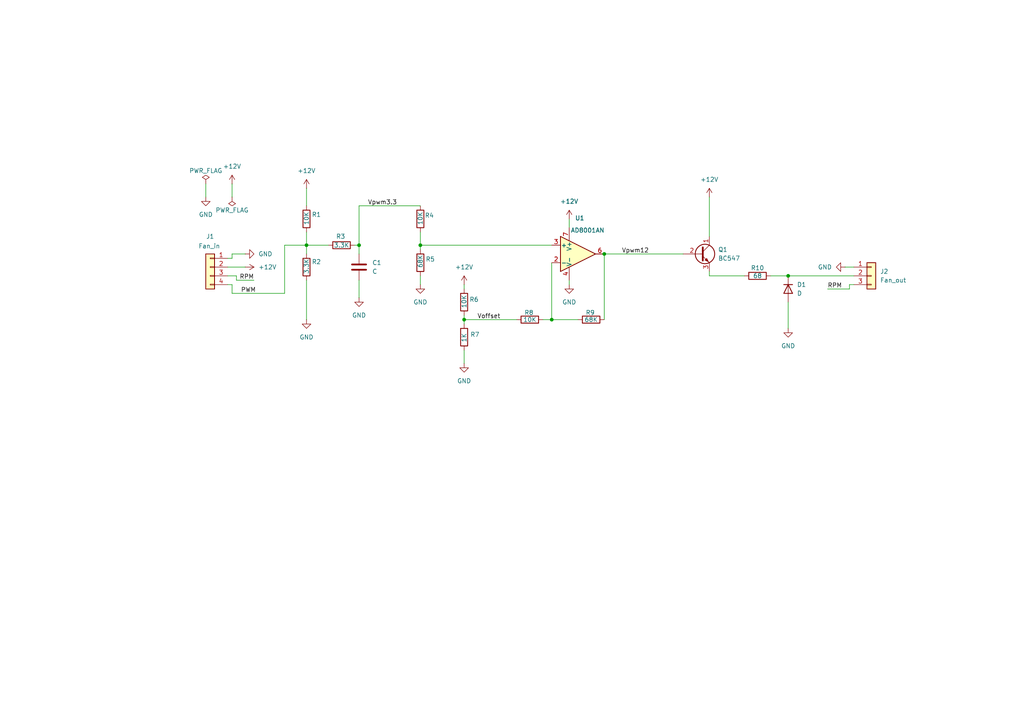
<source format=kicad_sch>
(kicad_sch
	(version 20231120)
	(generator "eeschema")
	(generator_version "8.0")
	(uuid "4f0b0bc5-a823-484b-b7f7-3662e94a4188")
	(paper "A4")
	(lib_symbols
		(symbol "Amplifier_Operational:AD8001AN"
			(pin_names
				(offset 0.127)
			)
			(exclude_from_sim no)
			(in_bom yes)
			(on_board yes)
			(property "Reference" "U"
				(at 0 6.35 0)
				(effects
					(font
						(size 1.27 1.27)
					)
					(justify left)
				)
			)
			(property "Value" "AD8001AN"
				(at 0 3.81 0)
				(effects
					(font
						(size 1.27 1.27)
					)
					(justify left)
				)
			)
			(property "Footprint" "Package_DIP:DIP-8_W7.62mm"
				(at -2.54 -5.08 0)
				(effects
					(font
						(size 1.27 1.27)
					)
					(justify left)
					(hide yes)
				)
			)
			(property "Datasheet" "https://www.analog.com/media/en/technical-documentation/data-sheets/ad8001.pdf"
				(at 3.81 3.81 0)
				(effects
					(font
						(size 1.27 1.27)
					)
					(hide yes)
				)
			)
			(property "Description" "Current Feedback Amplifier, 800 MHz, 50mW, DIP-8"
				(at 0 0 0)
				(effects
					(font
						(size 1.27 1.27)
					)
					(hide yes)
				)
			)
			(property "ki_keywords" "single opamp"
				(at 0 0 0)
				(effects
					(font
						(size 1.27 1.27)
					)
					(hide yes)
				)
			)
			(property "ki_fp_filters" "DIP*W7.62mm*"
				(at 0 0 0)
				(effects
					(font
						(size 1.27 1.27)
					)
					(hide yes)
				)
			)
			(symbol "AD8001AN_0_1"
				(polyline
					(pts
						(xy -5.08 5.08) (xy 5.08 0) (xy -5.08 -5.08) (xy -5.08 5.08)
					)
					(stroke
						(width 0.254)
						(type default)
					)
					(fill
						(type background)
					)
				)
			)
			(symbol "AD8001AN_1_1"
				(pin no_connect line
					(at -5.08 -2.54 90)
					(length 2.54) hide
					(name "NC"
						(effects
							(font
								(size 1.27 1.27)
							)
						)
					)
					(number "1"
						(effects
							(font
								(size 1.27 1.27)
							)
						)
					)
				)
				(pin input line
					(at -7.62 -2.54 0)
					(length 2.54)
					(name "-"
						(effects
							(font
								(size 1.27 1.27)
							)
						)
					)
					(number "2"
						(effects
							(font
								(size 1.27 1.27)
							)
						)
					)
				)
				(pin input line
					(at -7.62 2.54 0)
					(length 2.54)
					(name "+"
						(effects
							(font
								(size 1.27 1.27)
							)
						)
					)
					(number "3"
						(effects
							(font
								(size 1.27 1.27)
							)
						)
					)
				)
				(pin power_in line
					(at -2.54 -7.62 90)
					(length 3.81)
					(name "V-"
						(effects
							(font
								(size 1.27 1.27)
							)
						)
					)
					(number "4"
						(effects
							(font
								(size 1.27 1.27)
							)
						)
					)
				)
				(pin no_connect line
					(at -2.54 -2.54 90)
					(length 2.54) hide
					(name "NC"
						(effects
							(font
								(size 1.27 1.27)
							)
						)
					)
					(number "5"
						(effects
							(font
								(size 1.27 1.27)
							)
						)
					)
				)
				(pin output line
					(at 7.62 0 180)
					(length 2.54)
					(name "~"
						(effects
							(font
								(size 1.27 1.27)
							)
						)
					)
					(number "6"
						(effects
							(font
								(size 1.27 1.27)
							)
						)
					)
				)
				(pin power_in line
					(at -2.54 7.62 270)
					(length 3.81)
					(name "V+"
						(effects
							(font
								(size 1.27 1.27)
							)
						)
					)
					(number "7"
						(effects
							(font
								(size 1.27 1.27)
							)
						)
					)
				)
				(pin no_connect line
					(at 0 -2.54 90)
					(length 2.54) hide
					(name "NC"
						(effects
							(font
								(size 1.27 1.27)
							)
						)
					)
					(number "8"
						(effects
							(font
								(size 1.27 1.27)
							)
						)
					)
				)
			)
		)
		(symbol "Connector_Generic:Conn_01x03"
			(pin_names
				(offset 1.016) hide)
			(exclude_from_sim no)
			(in_bom yes)
			(on_board yes)
			(property "Reference" "J"
				(at 0 5.08 0)
				(effects
					(font
						(size 1.27 1.27)
					)
				)
			)
			(property "Value" "Conn_01x03"
				(at 0 -5.08 0)
				(effects
					(font
						(size 1.27 1.27)
					)
				)
			)
			(property "Footprint" ""
				(at 0 0 0)
				(effects
					(font
						(size 1.27 1.27)
					)
					(hide yes)
				)
			)
			(property "Datasheet" "~"
				(at 0 0 0)
				(effects
					(font
						(size 1.27 1.27)
					)
					(hide yes)
				)
			)
			(property "Description" "Generic connector, single row, 01x03, script generated (kicad-library-utils/schlib/autogen/connector/)"
				(at 0 0 0)
				(effects
					(font
						(size 1.27 1.27)
					)
					(hide yes)
				)
			)
			(property "ki_keywords" "connector"
				(at 0 0 0)
				(effects
					(font
						(size 1.27 1.27)
					)
					(hide yes)
				)
			)
			(property "ki_fp_filters" "Connector*:*_1x??_*"
				(at 0 0 0)
				(effects
					(font
						(size 1.27 1.27)
					)
					(hide yes)
				)
			)
			(symbol "Conn_01x03_1_1"
				(rectangle
					(start -1.27 -2.413)
					(end 0 -2.667)
					(stroke
						(width 0.1524)
						(type default)
					)
					(fill
						(type none)
					)
				)
				(rectangle
					(start -1.27 0.127)
					(end 0 -0.127)
					(stroke
						(width 0.1524)
						(type default)
					)
					(fill
						(type none)
					)
				)
				(rectangle
					(start -1.27 2.667)
					(end 0 2.413)
					(stroke
						(width 0.1524)
						(type default)
					)
					(fill
						(type none)
					)
				)
				(rectangle
					(start -1.27 3.81)
					(end 1.27 -3.81)
					(stroke
						(width 0.254)
						(type default)
					)
					(fill
						(type background)
					)
				)
				(pin passive line
					(at -5.08 2.54 0)
					(length 3.81)
					(name "Pin_1"
						(effects
							(font
								(size 1.27 1.27)
							)
						)
					)
					(number "1"
						(effects
							(font
								(size 1.27 1.27)
							)
						)
					)
				)
				(pin passive line
					(at -5.08 0 0)
					(length 3.81)
					(name "Pin_2"
						(effects
							(font
								(size 1.27 1.27)
							)
						)
					)
					(number "2"
						(effects
							(font
								(size 1.27 1.27)
							)
						)
					)
				)
				(pin passive line
					(at -5.08 -2.54 0)
					(length 3.81)
					(name "Pin_3"
						(effects
							(font
								(size 1.27 1.27)
							)
						)
					)
					(number "3"
						(effects
							(font
								(size 1.27 1.27)
							)
						)
					)
				)
			)
		)
		(symbol "Connector_Generic:Conn_01x04"
			(pin_names
				(offset 1.016) hide)
			(exclude_from_sim no)
			(in_bom yes)
			(on_board yes)
			(property "Reference" "J"
				(at 0 5.08 0)
				(effects
					(font
						(size 1.27 1.27)
					)
				)
			)
			(property "Value" "Conn_01x04"
				(at 0 -7.62 0)
				(effects
					(font
						(size 1.27 1.27)
					)
				)
			)
			(property "Footprint" ""
				(at 0 0 0)
				(effects
					(font
						(size 1.27 1.27)
					)
					(hide yes)
				)
			)
			(property "Datasheet" "~"
				(at 0 0 0)
				(effects
					(font
						(size 1.27 1.27)
					)
					(hide yes)
				)
			)
			(property "Description" "Generic connector, single row, 01x04, script generated (kicad-library-utils/schlib/autogen/connector/)"
				(at 0 0 0)
				(effects
					(font
						(size 1.27 1.27)
					)
					(hide yes)
				)
			)
			(property "ki_keywords" "connector"
				(at 0 0 0)
				(effects
					(font
						(size 1.27 1.27)
					)
					(hide yes)
				)
			)
			(property "ki_fp_filters" "Connector*:*_1x??_*"
				(at 0 0 0)
				(effects
					(font
						(size 1.27 1.27)
					)
					(hide yes)
				)
			)
			(symbol "Conn_01x04_1_1"
				(rectangle
					(start -1.27 -4.953)
					(end 0 -5.207)
					(stroke
						(width 0.1524)
						(type default)
					)
					(fill
						(type none)
					)
				)
				(rectangle
					(start -1.27 -2.413)
					(end 0 -2.667)
					(stroke
						(width 0.1524)
						(type default)
					)
					(fill
						(type none)
					)
				)
				(rectangle
					(start -1.27 0.127)
					(end 0 -0.127)
					(stroke
						(width 0.1524)
						(type default)
					)
					(fill
						(type none)
					)
				)
				(rectangle
					(start -1.27 2.667)
					(end 0 2.413)
					(stroke
						(width 0.1524)
						(type default)
					)
					(fill
						(type none)
					)
				)
				(rectangle
					(start -1.27 3.81)
					(end 1.27 -6.35)
					(stroke
						(width 0.254)
						(type default)
					)
					(fill
						(type background)
					)
				)
				(pin passive line
					(at -5.08 2.54 0)
					(length 3.81)
					(name "Pin_1"
						(effects
							(font
								(size 1.27 1.27)
							)
						)
					)
					(number "1"
						(effects
							(font
								(size 1.27 1.27)
							)
						)
					)
				)
				(pin passive line
					(at -5.08 0 0)
					(length 3.81)
					(name "Pin_2"
						(effects
							(font
								(size 1.27 1.27)
							)
						)
					)
					(number "2"
						(effects
							(font
								(size 1.27 1.27)
							)
						)
					)
				)
				(pin passive line
					(at -5.08 -2.54 0)
					(length 3.81)
					(name "Pin_3"
						(effects
							(font
								(size 1.27 1.27)
							)
						)
					)
					(number "3"
						(effects
							(font
								(size 1.27 1.27)
							)
						)
					)
				)
				(pin passive line
					(at -5.08 -5.08 0)
					(length 3.81)
					(name "Pin_4"
						(effects
							(font
								(size 1.27 1.27)
							)
						)
					)
					(number "4"
						(effects
							(font
								(size 1.27 1.27)
							)
						)
					)
				)
			)
		)
		(symbol "Device:C"
			(pin_numbers hide)
			(pin_names
				(offset 0.254)
			)
			(exclude_from_sim no)
			(in_bom yes)
			(on_board yes)
			(property "Reference" "C"
				(at 0.635 2.54 0)
				(effects
					(font
						(size 1.27 1.27)
					)
					(justify left)
				)
			)
			(property "Value" "C"
				(at 0.635 -2.54 0)
				(effects
					(font
						(size 1.27 1.27)
					)
					(justify left)
				)
			)
			(property "Footprint" ""
				(at 0.9652 -3.81 0)
				(effects
					(font
						(size 1.27 1.27)
					)
					(hide yes)
				)
			)
			(property "Datasheet" "~"
				(at 0 0 0)
				(effects
					(font
						(size 1.27 1.27)
					)
					(hide yes)
				)
			)
			(property "Description" "Unpolarized capacitor"
				(at 0 0 0)
				(effects
					(font
						(size 1.27 1.27)
					)
					(hide yes)
				)
			)
			(property "ki_keywords" "cap capacitor"
				(at 0 0 0)
				(effects
					(font
						(size 1.27 1.27)
					)
					(hide yes)
				)
			)
			(property "ki_fp_filters" "C_*"
				(at 0 0 0)
				(effects
					(font
						(size 1.27 1.27)
					)
					(hide yes)
				)
			)
			(symbol "C_0_1"
				(polyline
					(pts
						(xy -2.032 -0.762) (xy 2.032 -0.762)
					)
					(stroke
						(width 0.508)
						(type default)
					)
					(fill
						(type none)
					)
				)
				(polyline
					(pts
						(xy -2.032 0.762) (xy 2.032 0.762)
					)
					(stroke
						(width 0.508)
						(type default)
					)
					(fill
						(type none)
					)
				)
			)
			(symbol "C_1_1"
				(pin passive line
					(at 0 3.81 270)
					(length 2.794)
					(name "~"
						(effects
							(font
								(size 1.27 1.27)
							)
						)
					)
					(number "1"
						(effects
							(font
								(size 1.27 1.27)
							)
						)
					)
				)
				(pin passive line
					(at 0 -3.81 90)
					(length 2.794)
					(name "~"
						(effects
							(font
								(size 1.27 1.27)
							)
						)
					)
					(number "2"
						(effects
							(font
								(size 1.27 1.27)
							)
						)
					)
				)
			)
		)
		(symbol "Device:D"
			(pin_numbers hide)
			(pin_names
				(offset 1.016) hide)
			(exclude_from_sim no)
			(in_bom yes)
			(on_board yes)
			(property "Reference" "D"
				(at 0 2.54 0)
				(effects
					(font
						(size 1.27 1.27)
					)
				)
			)
			(property "Value" "D"
				(at 0 -2.54 0)
				(effects
					(font
						(size 1.27 1.27)
					)
				)
			)
			(property "Footprint" ""
				(at 0 0 0)
				(effects
					(font
						(size 1.27 1.27)
					)
					(hide yes)
				)
			)
			(property "Datasheet" "~"
				(at 0 0 0)
				(effects
					(font
						(size 1.27 1.27)
					)
					(hide yes)
				)
			)
			(property "Description" "Diode"
				(at 0 0 0)
				(effects
					(font
						(size 1.27 1.27)
					)
					(hide yes)
				)
			)
			(property "Sim.Device" "D"
				(at 0 0 0)
				(effects
					(font
						(size 1.27 1.27)
					)
					(hide yes)
				)
			)
			(property "Sim.Pins" "1=K 2=A"
				(at 0 0 0)
				(effects
					(font
						(size 1.27 1.27)
					)
					(hide yes)
				)
			)
			(property "ki_keywords" "diode"
				(at 0 0 0)
				(effects
					(font
						(size 1.27 1.27)
					)
					(hide yes)
				)
			)
			(property "ki_fp_filters" "TO-???* *_Diode_* *SingleDiode* D_*"
				(at 0 0 0)
				(effects
					(font
						(size 1.27 1.27)
					)
					(hide yes)
				)
			)
			(symbol "D_0_1"
				(polyline
					(pts
						(xy -1.27 1.27) (xy -1.27 -1.27)
					)
					(stroke
						(width 0.254)
						(type default)
					)
					(fill
						(type none)
					)
				)
				(polyline
					(pts
						(xy 1.27 0) (xy -1.27 0)
					)
					(stroke
						(width 0)
						(type default)
					)
					(fill
						(type none)
					)
				)
				(polyline
					(pts
						(xy 1.27 1.27) (xy 1.27 -1.27) (xy -1.27 0) (xy 1.27 1.27)
					)
					(stroke
						(width 0.254)
						(type default)
					)
					(fill
						(type none)
					)
				)
			)
			(symbol "D_1_1"
				(pin passive line
					(at -3.81 0 0)
					(length 2.54)
					(name "K"
						(effects
							(font
								(size 1.27 1.27)
							)
						)
					)
					(number "1"
						(effects
							(font
								(size 1.27 1.27)
							)
						)
					)
				)
				(pin passive line
					(at 3.81 0 180)
					(length 2.54)
					(name "A"
						(effects
							(font
								(size 1.27 1.27)
							)
						)
					)
					(number "2"
						(effects
							(font
								(size 1.27 1.27)
							)
						)
					)
				)
			)
		)
		(symbol "Device:R"
			(pin_numbers hide)
			(pin_names
				(offset 0)
			)
			(exclude_from_sim no)
			(in_bom yes)
			(on_board yes)
			(property "Reference" "R"
				(at 2.032 0 90)
				(effects
					(font
						(size 1.27 1.27)
					)
				)
			)
			(property "Value" "R"
				(at 0 0 90)
				(effects
					(font
						(size 1.27 1.27)
					)
				)
			)
			(property "Footprint" ""
				(at -1.778 0 90)
				(effects
					(font
						(size 1.27 1.27)
					)
					(hide yes)
				)
			)
			(property "Datasheet" "~"
				(at 0 0 0)
				(effects
					(font
						(size 1.27 1.27)
					)
					(hide yes)
				)
			)
			(property "Description" "Resistor"
				(at 0 0 0)
				(effects
					(font
						(size 1.27 1.27)
					)
					(hide yes)
				)
			)
			(property "ki_keywords" "R res resistor"
				(at 0 0 0)
				(effects
					(font
						(size 1.27 1.27)
					)
					(hide yes)
				)
			)
			(property "ki_fp_filters" "R_*"
				(at 0 0 0)
				(effects
					(font
						(size 1.27 1.27)
					)
					(hide yes)
				)
			)
			(symbol "R_0_1"
				(rectangle
					(start -1.016 -2.54)
					(end 1.016 2.54)
					(stroke
						(width 0.254)
						(type default)
					)
					(fill
						(type none)
					)
				)
			)
			(symbol "R_1_1"
				(pin passive line
					(at 0 3.81 270)
					(length 1.27)
					(name "~"
						(effects
							(font
								(size 1.27 1.27)
							)
						)
					)
					(number "1"
						(effects
							(font
								(size 1.27 1.27)
							)
						)
					)
				)
				(pin passive line
					(at 0 -3.81 90)
					(length 1.27)
					(name "~"
						(effects
							(font
								(size 1.27 1.27)
							)
						)
					)
					(number "2"
						(effects
							(font
								(size 1.27 1.27)
							)
						)
					)
				)
			)
		)
		(symbol "Transistor_BJT:BC547"
			(pin_names
				(offset 0) hide)
			(exclude_from_sim no)
			(in_bom yes)
			(on_board yes)
			(property "Reference" "Q"
				(at 5.08 1.905 0)
				(effects
					(font
						(size 1.27 1.27)
					)
					(justify left)
				)
			)
			(property "Value" "BC547"
				(at 5.08 0 0)
				(effects
					(font
						(size 1.27 1.27)
					)
					(justify left)
				)
			)
			(property "Footprint" "Package_TO_SOT_THT:TO-92_Inline"
				(at 5.08 -1.905 0)
				(effects
					(font
						(size 1.27 1.27)
						(italic yes)
					)
					(justify left)
					(hide yes)
				)
			)
			(property "Datasheet" "https://www.onsemi.com/pub/Collateral/BC550-D.pdf"
				(at 0 0 0)
				(effects
					(font
						(size 1.27 1.27)
					)
					(justify left)
					(hide yes)
				)
			)
			(property "Description" "0.1A Ic, 45V Vce, Small Signal NPN Transistor, TO-92"
				(at 0 0 0)
				(effects
					(font
						(size 1.27 1.27)
					)
					(hide yes)
				)
			)
			(property "ki_keywords" "NPN Transistor"
				(at 0 0 0)
				(effects
					(font
						(size 1.27 1.27)
					)
					(hide yes)
				)
			)
			(property "ki_fp_filters" "TO?92*"
				(at 0 0 0)
				(effects
					(font
						(size 1.27 1.27)
					)
					(hide yes)
				)
			)
			(symbol "BC547_0_1"
				(polyline
					(pts
						(xy 0 0) (xy 0.635 0)
					)
					(stroke
						(width 0)
						(type default)
					)
					(fill
						(type none)
					)
				)
				(polyline
					(pts
						(xy 0.635 0.635) (xy 2.54 2.54)
					)
					(stroke
						(width 0)
						(type default)
					)
					(fill
						(type none)
					)
				)
				(polyline
					(pts
						(xy 0.635 -0.635) (xy 2.54 -2.54) (xy 2.54 -2.54)
					)
					(stroke
						(width 0)
						(type default)
					)
					(fill
						(type none)
					)
				)
				(polyline
					(pts
						(xy 0.635 1.905) (xy 0.635 -1.905) (xy 0.635 -1.905)
					)
					(stroke
						(width 0.508)
						(type default)
					)
					(fill
						(type none)
					)
				)
				(polyline
					(pts
						(xy 1.27 -1.778) (xy 1.778 -1.27) (xy 2.286 -2.286) (xy 1.27 -1.778) (xy 1.27 -1.778)
					)
					(stroke
						(width 0)
						(type default)
					)
					(fill
						(type outline)
					)
				)
				(circle
					(center 1.27 0)
					(radius 2.8194)
					(stroke
						(width 0.254)
						(type default)
					)
					(fill
						(type none)
					)
				)
			)
			(symbol "BC547_1_1"
				(pin passive line
					(at 2.54 5.08 270)
					(length 2.54)
					(name "C"
						(effects
							(font
								(size 1.27 1.27)
							)
						)
					)
					(number "1"
						(effects
							(font
								(size 1.27 1.27)
							)
						)
					)
				)
				(pin input line
					(at -5.08 0 0)
					(length 5.08)
					(name "B"
						(effects
							(font
								(size 1.27 1.27)
							)
						)
					)
					(number "2"
						(effects
							(font
								(size 1.27 1.27)
							)
						)
					)
				)
				(pin passive line
					(at 2.54 -5.08 90)
					(length 2.54)
					(name "E"
						(effects
							(font
								(size 1.27 1.27)
							)
						)
					)
					(number "3"
						(effects
							(font
								(size 1.27 1.27)
							)
						)
					)
				)
			)
		)
		(symbol "power:+12V"
			(power)
			(pin_numbers hide)
			(pin_names
				(offset 0) hide)
			(exclude_from_sim no)
			(in_bom yes)
			(on_board yes)
			(property "Reference" "#PWR"
				(at 0 -3.81 0)
				(effects
					(font
						(size 1.27 1.27)
					)
					(hide yes)
				)
			)
			(property "Value" "+12V"
				(at 0 3.556 0)
				(effects
					(font
						(size 1.27 1.27)
					)
				)
			)
			(property "Footprint" ""
				(at 0 0 0)
				(effects
					(font
						(size 1.27 1.27)
					)
					(hide yes)
				)
			)
			(property "Datasheet" ""
				(at 0 0 0)
				(effects
					(font
						(size 1.27 1.27)
					)
					(hide yes)
				)
			)
			(property "Description" "Power symbol creates a global label with name \"+12V\""
				(at 0 0 0)
				(effects
					(font
						(size 1.27 1.27)
					)
					(hide yes)
				)
			)
			(property "ki_keywords" "global power"
				(at 0 0 0)
				(effects
					(font
						(size 1.27 1.27)
					)
					(hide yes)
				)
			)
			(symbol "+12V_0_1"
				(polyline
					(pts
						(xy -0.762 1.27) (xy 0 2.54)
					)
					(stroke
						(width 0)
						(type default)
					)
					(fill
						(type none)
					)
				)
				(polyline
					(pts
						(xy 0 0) (xy 0 2.54)
					)
					(stroke
						(width 0)
						(type default)
					)
					(fill
						(type none)
					)
				)
				(polyline
					(pts
						(xy 0 2.54) (xy 0.762 1.27)
					)
					(stroke
						(width 0)
						(type default)
					)
					(fill
						(type none)
					)
				)
			)
			(symbol "+12V_1_1"
				(pin power_in line
					(at 0 0 90)
					(length 0)
					(name "~"
						(effects
							(font
								(size 1.27 1.27)
							)
						)
					)
					(number "1"
						(effects
							(font
								(size 1.27 1.27)
							)
						)
					)
				)
			)
		)
		(symbol "power:GND"
			(power)
			(pin_numbers hide)
			(pin_names
				(offset 0) hide)
			(exclude_from_sim no)
			(in_bom yes)
			(on_board yes)
			(property "Reference" "#PWR"
				(at 0 -6.35 0)
				(effects
					(font
						(size 1.27 1.27)
					)
					(hide yes)
				)
			)
			(property "Value" "GND"
				(at 0 -3.81 0)
				(effects
					(font
						(size 1.27 1.27)
					)
				)
			)
			(property "Footprint" ""
				(at 0 0 0)
				(effects
					(font
						(size 1.27 1.27)
					)
					(hide yes)
				)
			)
			(property "Datasheet" ""
				(at 0 0 0)
				(effects
					(font
						(size 1.27 1.27)
					)
					(hide yes)
				)
			)
			(property "Description" "Power symbol creates a global label with name \"GND\" , ground"
				(at 0 0 0)
				(effects
					(font
						(size 1.27 1.27)
					)
					(hide yes)
				)
			)
			(property "ki_keywords" "global power"
				(at 0 0 0)
				(effects
					(font
						(size 1.27 1.27)
					)
					(hide yes)
				)
			)
			(symbol "GND_0_1"
				(polyline
					(pts
						(xy 0 0) (xy 0 -1.27) (xy 1.27 -1.27) (xy 0 -2.54) (xy -1.27 -1.27) (xy 0 -1.27)
					)
					(stroke
						(width 0)
						(type default)
					)
					(fill
						(type none)
					)
				)
			)
			(symbol "GND_1_1"
				(pin power_in line
					(at 0 0 270)
					(length 0)
					(name "~"
						(effects
							(font
								(size 1.27 1.27)
							)
						)
					)
					(number "1"
						(effects
							(font
								(size 1.27 1.27)
							)
						)
					)
				)
			)
		)
		(symbol "power:PWR_FLAG"
			(power)
			(pin_numbers hide)
			(pin_names
				(offset 0) hide)
			(exclude_from_sim no)
			(in_bom yes)
			(on_board yes)
			(property "Reference" "#FLG"
				(at 0 1.905 0)
				(effects
					(font
						(size 1.27 1.27)
					)
					(hide yes)
				)
			)
			(property "Value" "PWR_FLAG"
				(at 0 3.81 0)
				(effects
					(font
						(size 1.27 1.27)
					)
				)
			)
			(property "Footprint" ""
				(at 0 0 0)
				(effects
					(font
						(size 1.27 1.27)
					)
					(hide yes)
				)
			)
			(property "Datasheet" "~"
				(at 0 0 0)
				(effects
					(font
						(size 1.27 1.27)
					)
					(hide yes)
				)
			)
			(property "Description" "Special symbol for telling ERC where power comes from"
				(at 0 0 0)
				(effects
					(font
						(size 1.27 1.27)
					)
					(hide yes)
				)
			)
			(property "ki_keywords" "flag power"
				(at 0 0 0)
				(effects
					(font
						(size 1.27 1.27)
					)
					(hide yes)
				)
			)
			(symbol "PWR_FLAG_0_0"
				(pin power_out line
					(at 0 0 90)
					(length 0)
					(name "~"
						(effects
							(font
								(size 1.27 1.27)
							)
						)
					)
					(number "1"
						(effects
							(font
								(size 1.27 1.27)
							)
						)
					)
				)
			)
			(symbol "PWR_FLAG_0_1"
				(polyline
					(pts
						(xy 0 0) (xy 0 1.27) (xy -1.016 1.905) (xy 0 2.54) (xy 1.016 1.905) (xy 0 1.27)
					)
					(stroke
						(width 0)
						(type default)
					)
					(fill
						(type none)
					)
				)
			)
		)
	)
	(junction
		(at 175.26 73.66)
		(diameter 0)
		(color 0 0 0 0)
		(uuid "1703fb44-dcd0-420e-a52b-c4a87f30339e")
	)
	(junction
		(at 134.62 92.71)
		(diameter 0)
		(color 0 0 0 0)
		(uuid "40314d1c-bb1b-4c97-9fb6-efd31cd9e85c")
	)
	(junction
		(at 160.02 92.71)
		(diameter 0)
		(color 0 0 0 0)
		(uuid "5a4cc73c-5a0e-46d8-8024-f75fc89849cd")
	)
	(junction
		(at 88.9 71.12)
		(diameter 0)
		(color 0 0 0 0)
		(uuid "62ae9f64-2e4a-46df-b1c8-5f111bca4b76")
	)
	(junction
		(at 121.92 71.12)
		(diameter 0)
		(color 0 0 0 0)
		(uuid "648b6016-e4ca-4446-99d4-b27b074dd5af")
	)
	(junction
		(at 104.14 71.12)
		(diameter 0)
		(color 0 0 0 0)
		(uuid "aa92a63a-7685-42cb-8981-8cbac06f528f")
	)
	(junction
		(at 228.6 80.01)
		(diameter 0)
		(color 0 0 0 0)
		(uuid "ffe85390-da22-4e58-8330-de2beb705369")
	)
	(wire
		(pts
			(xy 67.31 82.55) (xy 66.04 82.55)
		)
		(stroke
			(width 0)
			(type default)
		)
		(uuid "009d1cef-e787-4583-a346-fbfb9921bf73")
	)
	(wire
		(pts
			(xy 67.31 85.09) (xy 67.31 82.55)
		)
		(stroke
			(width 0)
			(type default)
		)
		(uuid "01854981-6d20-43fb-b4fb-b7984e9a1d8e")
	)
	(wire
		(pts
			(xy 121.92 80.01) (xy 121.92 82.55)
		)
		(stroke
			(width 0)
			(type default)
		)
		(uuid "052583af-6d71-475e-86e5-41eea00d7fae")
	)
	(wire
		(pts
			(xy 104.14 59.69) (xy 121.92 59.69)
		)
		(stroke
			(width 0)
			(type default)
		)
		(uuid "06fd2c9b-5d9c-4cdc-ae99-55599d75c002")
	)
	(wire
		(pts
			(xy 165.1 63.5) (xy 165.1 66.04)
		)
		(stroke
			(width 0)
			(type default)
		)
		(uuid "20580535-5aef-4a3c-aa0b-75805a53f049")
	)
	(wire
		(pts
			(xy 228.6 87.63) (xy 228.6 95.25)
		)
		(stroke
			(width 0)
			(type default)
		)
		(uuid "246f184e-94fb-4219-bcae-0fa6708872b1")
	)
	(wire
		(pts
			(xy 67.31 73.66) (xy 67.31 74.93)
		)
		(stroke
			(width 0)
			(type default)
		)
		(uuid "2a0dc7ae-c505-4ee8-8bac-6bb245591b25")
	)
	(wire
		(pts
			(xy 59.69 53.34) (xy 59.69 57.15)
		)
		(stroke
			(width 0)
			(type default)
		)
		(uuid "2ab3b336-08a6-40b9-9c06-6b02580ecdd4")
	)
	(wire
		(pts
			(xy 67.31 53.34) (xy 67.31 57.15)
		)
		(stroke
			(width 0)
			(type default)
		)
		(uuid "2ae3e558-c14f-4b98-9455-f9dc1f2ca64a")
	)
	(wire
		(pts
			(xy 121.92 71.12) (xy 160.02 71.12)
		)
		(stroke
			(width 0)
			(type default)
		)
		(uuid "32c85376-d51d-4830-a884-a7eb2ae7fa52")
	)
	(wire
		(pts
			(xy 67.31 74.93) (xy 66.04 74.93)
		)
		(stroke
			(width 0)
			(type default)
		)
		(uuid "375f2503-6cd7-4ece-a9c6-714c56b69111")
	)
	(wire
		(pts
			(xy 134.62 92.71) (xy 134.62 93.98)
		)
		(stroke
			(width 0)
			(type default)
		)
		(uuid "37cf3bc7-3b6c-4770-9ad8-0e640b3175b3")
	)
	(wire
		(pts
			(xy 175.26 73.66) (xy 175.26 92.71)
		)
		(stroke
			(width 0)
			(type default)
		)
		(uuid "3f9ec5da-770a-44af-a5c8-5acf9223a015")
	)
	(wire
		(pts
			(xy 88.9 67.31) (xy 88.9 71.12)
		)
		(stroke
			(width 0)
			(type default)
		)
		(uuid "43436d68-dbaf-4f2e-a3c8-98cc354ca995")
	)
	(wire
		(pts
			(xy 88.9 71.12) (xy 95.25 71.12)
		)
		(stroke
			(width 0)
			(type default)
		)
		(uuid "44f006b0-d3eb-4dc8-bde1-b444409e0309")
	)
	(wire
		(pts
			(xy 134.62 101.6) (xy 134.62 105.41)
		)
		(stroke
			(width 0)
			(type default)
		)
		(uuid "53046ede-414f-4848-93be-f471b3626ff2")
	)
	(wire
		(pts
			(xy 88.9 81.28) (xy 88.9 92.71)
		)
		(stroke
			(width 0)
			(type default)
		)
		(uuid "565af3d4-4cca-4123-b43a-f80a4da49b4e")
	)
	(wire
		(pts
			(xy 246.38 82.55) (xy 246.38 83.82)
		)
		(stroke
			(width 0)
			(type default)
		)
		(uuid "62181378-a9e4-4a0b-9b79-03043e8892d6")
	)
	(wire
		(pts
			(xy 165.1 81.28) (xy 165.1 82.55)
		)
		(stroke
			(width 0)
			(type default)
		)
		(uuid "628bc811-7308-45fb-998d-40a764e32b13")
	)
	(wire
		(pts
			(xy 82.55 85.09) (xy 82.55 71.12)
		)
		(stroke
			(width 0)
			(type default)
		)
		(uuid "65b0bb9d-3fdb-4a79-b615-ba5c61167bcd")
	)
	(wire
		(pts
			(xy 160.02 76.2) (xy 160.02 92.71)
		)
		(stroke
			(width 0)
			(type default)
		)
		(uuid "723b4a36-23af-4099-bf82-931d1f99abb1")
	)
	(wire
		(pts
			(xy 104.14 71.12) (xy 104.14 73.66)
		)
		(stroke
			(width 0)
			(type default)
		)
		(uuid "7a3b3de5-06f6-47db-bf5e-26f37b4f1aa7")
	)
	(wire
		(pts
			(xy 134.62 82.55) (xy 134.62 83.82)
		)
		(stroke
			(width 0)
			(type default)
		)
		(uuid "7dcccb7a-d318-4b56-abea-5d2d3fae6b6c")
	)
	(wire
		(pts
			(xy 68.58 81.28) (xy 73.66 81.28)
		)
		(stroke
			(width 0)
			(type default)
		)
		(uuid "83d574d2-adc8-4b31-bb0c-5083e1140deb")
	)
	(wire
		(pts
			(xy 102.87 71.12) (xy 104.14 71.12)
		)
		(stroke
			(width 0)
			(type default)
		)
		(uuid "863de9e2-2bf9-4000-ac31-665eba31fbe9")
	)
	(wire
		(pts
			(xy 167.64 92.71) (xy 160.02 92.71)
		)
		(stroke
			(width 0)
			(type default)
		)
		(uuid "88132d69-4ab2-4db5-8f6b-90157e203221")
	)
	(wire
		(pts
			(xy 104.14 71.12) (xy 104.14 59.69)
		)
		(stroke
			(width 0)
			(type default)
		)
		(uuid "8af18f4d-ea9d-4b71-84c1-d87a2cd8983f")
	)
	(wire
		(pts
			(xy 228.6 80.01) (xy 247.65 80.01)
		)
		(stroke
			(width 0)
			(type default)
		)
		(uuid "8f071e89-cdca-419f-b644-f3f98bff65bb")
	)
	(wire
		(pts
			(xy 205.74 80.01) (xy 205.74 78.74)
		)
		(stroke
			(width 0)
			(type default)
		)
		(uuid "906197e7-74ae-417a-bc38-4a001fc4ca9d")
	)
	(wire
		(pts
			(xy 215.9 80.01) (xy 205.74 80.01)
		)
		(stroke
			(width 0)
			(type default)
		)
		(uuid "99485f45-530e-47a4-9069-492915d45aa5")
	)
	(wire
		(pts
			(xy 121.92 67.31) (xy 121.92 71.12)
		)
		(stroke
			(width 0)
			(type default)
		)
		(uuid "9ad1f6df-a91d-43b4-917f-87b74ade39f0")
	)
	(wire
		(pts
			(xy 82.55 71.12) (xy 88.9 71.12)
		)
		(stroke
			(width 0)
			(type default)
		)
		(uuid "a235868c-afba-4a17-b7c2-b0a04f398cdb")
	)
	(wire
		(pts
			(xy 149.86 92.71) (xy 134.62 92.71)
		)
		(stroke
			(width 0)
			(type default)
		)
		(uuid "a27f0753-cc26-4f9e-b603-789ab30d3bb2")
	)
	(wire
		(pts
			(xy 88.9 71.12) (xy 88.9 73.66)
		)
		(stroke
			(width 0)
			(type default)
		)
		(uuid "a38df564-a6ab-423f-a45e-3b862e3355a5")
	)
	(wire
		(pts
			(xy 68.58 81.28) (xy 68.58 80.01)
		)
		(stroke
			(width 0)
			(type default)
		)
		(uuid "b0f38673-fa8d-4ad9-9563-ff02a38214a3")
	)
	(wire
		(pts
			(xy 121.92 72.39) (xy 121.92 71.12)
		)
		(stroke
			(width 0)
			(type default)
		)
		(uuid "b24de526-714d-4a2d-aafd-a7aad1040b07")
	)
	(wire
		(pts
			(xy 228.6 80.01) (xy 223.52 80.01)
		)
		(stroke
			(width 0)
			(type default)
		)
		(uuid "b38cfa17-9760-4f4b-9e9e-4b52ef1d7d8b")
	)
	(wire
		(pts
			(xy 104.14 81.28) (xy 104.14 86.36)
		)
		(stroke
			(width 0)
			(type default)
		)
		(uuid "b8f59c2d-4497-4d88-b746-27acd8a45523")
	)
	(wire
		(pts
			(xy 157.48 92.71) (xy 160.02 92.71)
		)
		(stroke
			(width 0)
			(type default)
		)
		(uuid "bb5a2768-0ed3-4237-bf19-4fc072476c76")
	)
	(wire
		(pts
			(xy 245.11 77.47) (xy 247.65 77.47)
		)
		(stroke
			(width 0)
			(type default)
		)
		(uuid "c6f38913-7d7a-486b-972f-f6a24b68d8e5")
	)
	(wire
		(pts
			(xy 247.65 82.55) (xy 246.38 82.55)
		)
		(stroke
			(width 0)
			(type default)
		)
		(uuid "ca4384d0-2cd6-418e-a334-5aab7f278c6e")
	)
	(wire
		(pts
			(xy 66.04 77.47) (xy 71.12 77.47)
		)
		(stroke
			(width 0)
			(type default)
		)
		(uuid "cc658c1c-1c04-4354-b819-4cb8b10c774d")
	)
	(wire
		(pts
			(xy 205.74 57.15) (xy 205.74 68.58)
		)
		(stroke
			(width 0)
			(type default)
		)
		(uuid "d7c210ba-1b74-4a6d-a48f-e6bdc09e8913")
	)
	(wire
		(pts
			(xy 88.9 54.61) (xy 88.9 59.69)
		)
		(stroke
			(width 0)
			(type default)
		)
		(uuid "db184035-77ba-4564-b7ef-fbebae7ecd14")
	)
	(wire
		(pts
			(xy 240.03 83.82) (xy 246.38 83.82)
		)
		(stroke
			(width 0)
			(type default)
		)
		(uuid "dbacfb53-4b78-4595-9151-3925af4184f6")
	)
	(wire
		(pts
			(xy 175.26 73.66) (xy 198.12 73.66)
		)
		(stroke
			(width 0)
			(type default)
		)
		(uuid "deb71c25-73af-4cf6-97a4-382c9e29fe4a")
	)
	(wire
		(pts
			(xy 67.31 85.09) (xy 82.55 85.09)
		)
		(stroke
			(width 0)
			(type default)
		)
		(uuid "e0f37ec0-16cf-414f-b11b-77a110ec0770")
	)
	(wire
		(pts
			(xy 134.62 92.71) (xy 134.62 91.44)
		)
		(stroke
			(width 0)
			(type default)
		)
		(uuid "e65ae6d6-9db0-4745-a10f-a1f556e5456c")
	)
	(wire
		(pts
			(xy 68.58 80.01) (xy 66.04 80.01)
		)
		(stroke
			(width 0)
			(type default)
		)
		(uuid "f832c700-491f-4d46-96e9-7a41991b2ac0")
	)
	(wire
		(pts
			(xy 67.31 73.66) (xy 71.12 73.66)
		)
		(stroke
			(width 0)
			(type default)
		)
		(uuid "f8d460b4-c407-4253-99e7-1e96e170e257")
	)
	(label "RPM"
		(at 240.03 83.82 0)
		(fields_autoplaced yes)
		(effects
			(font
				(size 1.27 1.27)
			)
			(justify left bottom)
		)
		(uuid "1108216e-b150-4067-a799-c9dde548770d")
	)
	(label "PWM"
		(at 69.85 85.09 0)
		(fields_autoplaced yes)
		(effects
			(font
				(size 1.27 1.27)
			)
			(justify left bottom)
		)
		(uuid "15a695e5-145b-45ec-9906-fb096eab0371")
	)
	(label "Vpwm3.3"
		(at 106.68 59.69 0)
		(fields_autoplaced yes)
		(effects
			(font
				(size 1.27 1.27)
			)
			(justify left bottom)
		)
		(uuid "3a30d632-431c-41bf-a357-240354ac3b0f")
	)
	(label "Voffset"
		(at 138.43 92.71 0)
		(fields_autoplaced yes)
		(effects
			(font
				(size 1.27 1.27)
			)
			(justify left bottom)
		)
		(uuid "40431194-477a-422c-ad0b-1eb33ee2389f")
	)
	(label "RPM"
		(at 73.66 81.28 180)
		(fields_autoplaced yes)
		(effects
			(font
				(size 1.27 1.27)
			)
			(justify right bottom)
		)
		(uuid "826a319a-b219-459a-b8fb-fd2e6d61f01c")
	)
	(label "Vpwm12"
		(at 180.34 73.66 0)
		(fields_autoplaced yes)
		(effects
			(font
				(size 1.27 1.27)
			)
			(justify left bottom)
		)
		(uuid "be42cf23-eb3c-4cda-938b-1bef95140188")
	)
	(symbol
		(lib_id "power:+12V")
		(at 67.31 53.34 0)
		(unit 1)
		(exclude_from_sim no)
		(in_bom yes)
		(on_board yes)
		(dnp no)
		(fields_autoplaced yes)
		(uuid "05711f62-7f4e-4cd3-aee8-6ac641970ad7")
		(property "Reference" "#PWR02"
			(at 67.31 57.15 0)
			(effects
				(font
					(size 1.27 1.27)
				)
				(hide yes)
			)
		)
		(property "Value" "+12V"
			(at 67.31 48.26 0)
			(effects
				(font
					(size 1.27 1.27)
				)
			)
		)
		(property "Footprint" ""
			(at 67.31 53.34 0)
			(effects
				(font
					(size 1.27 1.27)
				)
				(hide yes)
			)
		)
		(property "Datasheet" ""
			(at 67.31 53.34 0)
			(effects
				(font
					(size 1.27 1.27)
				)
				(hide yes)
			)
		)
		(property "Description" "Power symbol creates a global label with name \"+12V\""
			(at 67.31 53.34 0)
			(effects
				(font
					(size 1.27 1.27)
				)
				(hide yes)
			)
		)
		(pin "1"
			(uuid "b625bed0-e3d6-404e-9f51-2620eed4e566")
		)
		(instances
			(project "PWM-to-DC"
				(path "/4f0b0bc5-a823-484b-b7f7-3662e94a4188"
					(reference "#PWR02")
					(unit 1)
				)
			)
		)
	)
	(symbol
		(lib_id "power:GND")
		(at 134.62 105.41 0)
		(unit 1)
		(exclude_from_sim no)
		(in_bom yes)
		(on_board yes)
		(dnp no)
		(fields_autoplaced yes)
		(uuid "07e76f4c-4ab0-425d-b0c1-30b2db6a3457")
		(property "Reference" "#PWR010"
			(at 134.62 111.76 0)
			(effects
				(font
					(size 1.27 1.27)
				)
				(hide yes)
			)
		)
		(property "Value" "GND"
			(at 134.62 110.49 0)
			(effects
				(font
					(size 1.27 1.27)
				)
			)
		)
		(property "Footprint" ""
			(at 134.62 105.41 0)
			(effects
				(font
					(size 1.27 1.27)
				)
				(hide yes)
			)
		)
		(property "Datasheet" ""
			(at 134.62 105.41 0)
			(effects
				(font
					(size 1.27 1.27)
				)
				(hide yes)
			)
		)
		(property "Description" "Power symbol creates a global label with name \"GND\" , ground"
			(at 134.62 105.41 0)
			(effects
				(font
					(size 1.27 1.27)
				)
				(hide yes)
			)
		)
		(pin "1"
			(uuid "9689aa26-baaf-46af-80cd-f426b319bc05")
		)
		(instances
			(project "PWM-to-DC"
				(path "/4f0b0bc5-a823-484b-b7f7-3662e94a4188"
					(reference "#PWR010")
					(unit 1)
				)
			)
		)
	)
	(symbol
		(lib_id "Device:R")
		(at 88.9 63.5 0)
		(unit 1)
		(exclude_from_sim no)
		(in_bom yes)
		(on_board yes)
		(dnp no)
		(uuid "0d66533d-10c3-4440-a895-ccc48ce6c1bf")
		(property "Reference" "R1"
			(at 90.424 62.23 0)
			(effects
				(font
					(size 1.27 1.27)
				)
				(justify left)
			)
		)
		(property "Value" "10K"
			(at 88.9 65.278 90)
			(effects
				(font
					(size 1.27 1.27)
				)
				(justify left)
			)
		)
		(property "Footprint" ""
			(at 87.122 63.5 90)
			(effects
				(font
					(size 1.27 1.27)
				)
				(hide yes)
			)
		)
		(property "Datasheet" "~"
			(at 88.9 63.5 0)
			(effects
				(font
					(size 1.27 1.27)
				)
				(hide yes)
			)
		)
		(property "Description" "Resistor"
			(at 88.9 63.5 0)
			(effects
				(font
					(size 1.27 1.27)
				)
				(hide yes)
			)
		)
		(pin "2"
			(uuid "dc44bd3a-80f1-442a-b19c-160686a1bfbd")
		)
		(pin "1"
			(uuid "7c1c7738-cbb5-4d36-98b0-67a1f25283ae")
		)
		(instances
			(project ""
				(path "/4f0b0bc5-a823-484b-b7f7-3662e94a4188"
					(reference "R1")
					(unit 1)
				)
			)
		)
	)
	(symbol
		(lib_id "Device:R")
		(at 134.62 97.79 180)
		(unit 1)
		(exclude_from_sim no)
		(in_bom yes)
		(on_board yes)
		(dnp no)
		(uuid "1e5b221a-508e-4c8d-a1e1-eef6d65381a7")
		(property "Reference" "R7"
			(at 136.398 97.028 0)
			(effects
				(font
					(size 1.27 1.27)
				)
				(justify right)
			)
		)
		(property "Value" "1K"
			(at 134.62 99.314 90)
			(effects
				(font
					(size 1.27 1.27)
				)
				(justify right)
			)
		)
		(property "Footprint" ""
			(at 136.398 97.79 90)
			(effects
				(font
					(size 1.27 1.27)
				)
				(hide yes)
			)
		)
		(property "Datasheet" "~"
			(at 134.62 97.79 0)
			(effects
				(font
					(size 1.27 1.27)
				)
				(hide yes)
			)
		)
		(property "Description" "Resistor"
			(at 134.62 97.79 0)
			(effects
				(font
					(size 1.27 1.27)
				)
				(hide yes)
			)
		)
		(pin "1"
			(uuid "c644bc44-af69-4877-ba91-78d8aedec969")
		)
		(pin "2"
			(uuid "e34e6474-ee76-45fe-aae3-39269dcb2138")
		)
		(instances
			(project "PWM-to-DC"
				(path "/4f0b0bc5-a823-484b-b7f7-3662e94a4188"
					(reference "R7")
					(unit 1)
				)
			)
		)
	)
	(symbol
		(lib_id "Connector_Generic:Conn_01x04")
		(at 60.96 77.47 0)
		(mirror y)
		(unit 1)
		(exclude_from_sim no)
		(in_bom yes)
		(on_board yes)
		(dnp no)
		(uuid "285be9c0-4fb0-4b21-9db6-93e720758007")
		(property "Reference" "J1"
			(at 60.96 68.58 0)
			(effects
				(font
					(size 1.27 1.27)
				)
			)
		)
		(property "Value" "Fan_in"
			(at 60.706 71.374 0)
			(effects
				(font
					(size 1.27 1.27)
				)
			)
		)
		(property "Footprint" ""
			(at 60.96 77.47 0)
			(effects
				(font
					(size 1.27 1.27)
				)
				(hide yes)
			)
		)
		(property "Datasheet" "~"
			(at 60.96 77.47 0)
			(effects
				(font
					(size 1.27 1.27)
				)
				(hide yes)
			)
		)
		(property "Description" "Generic connector, single row, 01x04, script generated (kicad-library-utils/schlib/autogen/connector/)"
			(at 60.96 77.47 0)
			(effects
				(font
					(size 1.27 1.27)
				)
				(hide yes)
			)
		)
		(pin "3"
			(uuid "c74013c7-e708-4866-a20a-7d2deb4f6f47")
		)
		(pin "1"
			(uuid "555669a8-24ae-48b4-974e-a8b8760fa73e")
		)
		(pin "4"
			(uuid "d7ff6034-3708-4018-8e75-1b513a9272ec")
		)
		(pin "2"
			(uuid "9e731196-2ea1-4d23-b5c9-fec783c035b1")
		)
		(instances
			(project ""
				(path "/4f0b0bc5-a823-484b-b7f7-3662e94a4188"
					(reference "J1")
					(unit 1)
				)
			)
		)
	)
	(symbol
		(lib_id "power:GND")
		(at 165.1 82.55 0)
		(unit 1)
		(exclude_from_sim no)
		(in_bom yes)
		(on_board yes)
		(dnp no)
		(fields_autoplaced yes)
		(uuid "299b1add-2458-4c15-88f1-c0f3f477f07c")
		(property "Reference" "#PWR012"
			(at 165.1 88.9 0)
			(effects
				(font
					(size 1.27 1.27)
				)
				(hide yes)
			)
		)
		(property "Value" "GND"
			(at 165.1 87.63 0)
			(effects
				(font
					(size 1.27 1.27)
				)
			)
		)
		(property "Footprint" ""
			(at 165.1 82.55 0)
			(effects
				(font
					(size 1.27 1.27)
				)
				(hide yes)
			)
		)
		(property "Datasheet" ""
			(at 165.1 82.55 0)
			(effects
				(font
					(size 1.27 1.27)
				)
				(hide yes)
			)
		)
		(property "Description" "Power symbol creates a global label with name \"GND\" , ground"
			(at 165.1 82.55 0)
			(effects
				(font
					(size 1.27 1.27)
				)
				(hide yes)
			)
		)
		(pin "1"
			(uuid "e9ab8e66-e210-49e9-b00c-06eb0eaa3ab1")
		)
		(instances
			(project "PWM-to-DC"
				(path "/4f0b0bc5-a823-484b-b7f7-3662e94a4188"
					(reference "#PWR012")
					(unit 1)
				)
			)
		)
	)
	(symbol
		(lib_id "power:GND")
		(at 88.9 92.71 0)
		(unit 1)
		(exclude_from_sim no)
		(in_bom yes)
		(on_board yes)
		(dnp no)
		(fields_autoplaced yes)
		(uuid "2dae37ce-2379-4cac-96fa-77b98f976f87")
		(property "Reference" "#PWR06"
			(at 88.9 99.06 0)
			(effects
				(font
					(size 1.27 1.27)
				)
				(hide yes)
			)
		)
		(property "Value" "GND"
			(at 88.9 97.79 0)
			(effects
				(font
					(size 1.27 1.27)
				)
			)
		)
		(property "Footprint" ""
			(at 88.9 92.71 0)
			(effects
				(font
					(size 1.27 1.27)
				)
				(hide yes)
			)
		)
		(property "Datasheet" ""
			(at 88.9 92.71 0)
			(effects
				(font
					(size 1.27 1.27)
				)
				(hide yes)
			)
		)
		(property "Description" "Power symbol creates a global label with name \"GND\" , ground"
			(at 88.9 92.71 0)
			(effects
				(font
					(size 1.27 1.27)
				)
				(hide yes)
			)
		)
		(pin "1"
			(uuid "a9e3705a-2204-4815-a184-8310e18a732a")
		)
		(instances
			(project "PWM-to-DC"
				(path "/4f0b0bc5-a823-484b-b7f7-3662e94a4188"
					(reference "#PWR06")
					(unit 1)
				)
			)
		)
	)
	(symbol
		(lib_id "power:+12V")
		(at 134.62 82.55 0)
		(unit 1)
		(exclude_from_sim no)
		(in_bom yes)
		(on_board yes)
		(dnp no)
		(fields_autoplaced yes)
		(uuid "3e7a4a5d-1a80-4447-a254-0b32491085cb")
		(property "Reference" "#PWR09"
			(at 134.62 86.36 0)
			(effects
				(font
					(size 1.27 1.27)
				)
				(hide yes)
			)
		)
		(property "Value" "+12V"
			(at 134.62 77.47 0)
			(effects
				(font
					(size 1.27 1.27)
				)
			)
		)
		(property "Footprint" ""
			(at 134.62 82.55 0)
			(effects
				(font
					(size 1.27 1.27)
				)
				(hide yes)
			)
		)
		(property "Datasheet" ""
			(at 134.62 82.55 0)
			(effects
				(font
					(size 1.27 1.27)
				)
				(hide yes)
			)
		)
		(property "Description" "Power symbol creates a global label with name \"+12V\""
			(at 134.62 82.55 0)
			(effects
				(font
					(size 1.27 1.27)
				)
				(hide yes)
			)
		)
		(pin "1"
			(uuid "9c87f1af-ccb7-4b5d-bdf8-f89155dd3e95")
		)
		(instances
			(project "PWM-to-DC"
				(path "/4f0b0bc5-a823-484b-b7f7-3662e94a4188"
					(reference "#PWR09")
					(unit 1)
				)
			)
		)
	)
	(symbol
		(lib_id "Device:R")
		(at 219.71 80.01 90)
		(unit 1)
		(exclude_from_sim no)
		(in_bom yes)
		(on_board yes)
		(dnp no)
		(uuid "4574e12b-7044-4fcb-8ff2-4ba70a4b5a0d")
		(property "Reference" "R10"
			(at 219.71 77.724 90)
			(effects
				(font
					(size 1.27 1.27)
				)
			)
		)
		(property "Value" "68"
			(at 219.71 80.01 90)
			(effects
				(font
					(size 1.27 1.27)
				)
			)
		)
		(property "Footprint" ""
			(at 219.71 81.788 90)
			(effects
				(font
					(size 1.27 1.27)
				)
				(hide yes)
			)
		)
		(property "Datasheet" "~"
			(at 219.71 80.01 0)
			(effects
				(font
					(size 1.27 1.27)
				)
				(hide yes)
			)
		)
		(property "Description" "Resistor"
			(at 219.71 80.01 0)
			(effects
				(font
					(size 1.27 1.27)
				)
				(hide yes)
			)
		)
		(pin "2"
			(uuid "7871b937-1bd8-43f0-acaa-802d337629a8")
		)
		(pin "1"
			(uuid "64edfb1a-6167-49b4-beba-d3a5b73dde1d")
		)
		(instances
			(project ""
				(path "/4f0b0bc5-a823-484b-b7f7-3662e94a4188"
					(reference "R10")
					(unit 1)
				)
			)
		)
	)
	(symbol
		(lib_id "power:+12V")
		(at 165.1 63.5 0)
		(unit 1)
		(exclude_from_sim no)
		(in_bom yes)
		(on_board yes)
		(dnp no)
		(fields_autoplaced yes)
		(uuid "4c1acf83-1f10-436f-9031-dba1322aa4bb")
		(property "Reference" "#PWR011"
			(at 165.1 67.31 0)
			(effects
				(font
					(size 1.27 1.27)
				)
				(hide yes)
			)
		)
		(property "Value" "+12V"
			(at 165.1 58.42 0)
			(effects
				(font
					(size 1.27 1.27)
				)
			)
		)
		(property "Footprint" ""
			(at 165.1 63.5 0)
			(effects
				(font
					(size 1.27 1.27)
				)
				(hide yes)
			)
		)
		(property "Datasheet" ""
			(at 165.1 63.5 0)
			(effects
				(font
					(size 1.27 1.27)
				)
				(hide yes)
			)
		)
		(property "Description" "Power symbol creates a global label with name \"+12V\""
			(at 165.1 63.5 0)
			(effects
				(font
					(size 1.27 1.27)
				)
				(hide yes)
			)
		)
		(pin "1"
			(uuid "2b6bce29-b964-4b25-bc6e-6a77dfc9921d")
		)
		(instances
			(project "PWM-to-DC"
				(path "/4f0b0bc5-a823-484b-b7f7-3662e94a4188"
					(reference "#PWR011")
					(unit 1)
				)
			)
		)
	)
	(symbol
		(lib_id "power:GND")
		(at 104.14 86.36 0)
		(unit 1)
		(exclude_from_sim no)
		(in_bom yes)
		(on_board yes)
		(dnp no)
		(fields_autoplaced yes)
		(uuid "5709cc4c-8ff6-4170-9431-c35898975d30")
		(property "Reference" "#PWR07"
			(at 104.14 92.71 0)
			(effects
				(font
					(size 1.27 1.27)
				)
				(hide yes)
			)
		)
		(property "Value" "GND"
			(at 104.14 91.44 0)
			(effects
				(font
					(size 1.27 1.27)
				)
			)
		)
		(property "Footprint" ""
			(at 104.14 86.36 0)
			(effects
				(font
					(size 1.27 1.27)
				)
				(hide yes)
			)
		)
		(property "Datasheet" ""
			(at 104.14 86.36 0)
			(effects
				(font
					(size 1.27 1.27)
				)
				(hide yes)
			)
		)
		(property "Description" "Power symbol creates a global label with name \"GND\" , ground"
			(at 104.14 86.36 0)
			(effects
				(font
					(size 1.27 1.27)
				)
				(hide yes)
			)
		)
		(pin "1"
			(uuid "90175a16-ebbe-4f4c-9bcc-c5635c2ba4db")
		)
		(instances
			(project "PWM-to-DC"
				(path "/4f0b0bc5-a823-484b-b7f7-3662e94a4188"
					(reference "#PWR07")
					(unit 1)
				)
			)
		)
	)
	(symbol
		(lib_id "power:GND")
		(at 71.12 73.66 90)
		(unit 1)
		(exclude_from_sim no)
		(in_bom yes)
		(on_board yes)
		(dnp no)
		(fields_autoplaced yes)
		(uuid "598ae49d-1244-4621-be93-53435550f3ea")
		(property "Reference" "#PWR03"
			(at 77.47 73.66 0)
			(effects
				(font
					(size 1.27 1.27)
				)
				(hide yes)
			)
		)
		(property "Value" "GND"
			(at 74.93 73.6599 90)
			(effects
				(font
					(size 1.27 1.27)
				)
				(justify right)
			)
		)
		(property "Footprint" ""
			(at 71.12 73.66 0)
			(effects
				(font
					(size 1.27 1.27)
				)
				(hide yes)
			)
		)
		(property "Datasheet" ""
			(at 71.12 73.66 0)
			(effects
				(font
					(size 1.27 1.27)
				)
				(hide yes)
			)
		)
		(property "Description" "Power symbol creates a global label with name \"GND\" , ground"
			(at 71.12 73.66 0)
			(effects
				(font
					(size 1.27 1.27)
				)
				(hide yes)
			)
		)
		(pin "1"
			(uuid "ccd6ec9c-52ad-4436-8714-0e17e35b3737")
		)
		(instances
			(project ""
				(path "/4f0b0bc5-a823-484b-b7f7-3662e94a4188"
					(reference "#PWR03")
					(unit 1)
				)
			)
		)
	)
	(symbol
		(lib_id "Device:R")
		(at 153.67 92.71 90)
		(unit 1)
		(exclude_from_sim no)
		(in_bom yes)
		(on_board yes)
		(dnp no)
		(uuid "6bd53d3a-7004-4579-af81-95c099927d2a")
		(property "Reference" "R8"
			(at 153.416 90.678 90)
			(effects
				(font
					(size 1.27 1.27)
				)
			)
		)
		(property "Value" "10K"
			(at 153.67 92.71 90)
			(effects
				(font
					(size 1.27 1.27)
				)
			)
		)
		(property "Footprint" ""
			(at 153.67 94.488 90)
			(effects
				(font
					(size 1.27 1.27)
				)
				(hide yes)
			)
		)
		(property "Datasheet" "~"
			(at 153.67 92.71 0)
			(effects
				(font
					(size 1.27 1.27)
				)
				(hide yes)
			)
		)
		(property "Description" "Resistor"
			(at 153.67 92.71 0)
			(effects
				(font
					(size 1.27 1.27)
				)
				(hide yes)
			)
		)
		(pin "1"
			(uuid "8fe9c0bb-7522-4013-a76f-069ddb247433")
		)
		(pin "2"
			(uuid "081eb0c3-a87d-429c-b66f-9eb1316976d4")
		)
		(instances
			(project ""
				(path "/4f0b0bc5-a823-484b-b7f7-3662e94a4188"
					(reference "R8")
					(unit 1)
				)
			)
		)
	)
	(symbol
		(lib_id "Connector_Generic:Conn_01x03")
		(at 252.73 80.01 0)
		(unit 1)
		(exclude_from_sim no)
		(in_bom yes)
		(on_board yes)
		(dnp no)
		(fields_autoplaced yes)
		(uuid "6e758cd9-f966-455f-bf15-547752bde9d7")
		(property "Reference" "J2"
			(at 255.27 78.7399 0)
			(effects
				(font
					(size 1.27 1.27)
				)
				(justify left)
			)
		)
		(property "Value" "Fan_out"
			(at 255.27 81.2799 0)
			(effects
				(font
					(size 1.27 1.27)
				)
				(justify left)
			)
		)
		(property "Footprint" ""
			(at 252.73 80.01 0)
			(effects
				(font
					(size 1.27 1.27)
				)
				(hide yes)
			)
		)
		(property "Datasheet" "~"
			(at 252.73 80.01 0)
			(effects
				(font
					(size 1.27 1.27)
				)
				(hide yes)
			)
		)
		(property "Description" "Generic connector, single row, 01x03, script generated (kicad-library-utils/schlib/autogen/connector/)"
			(at 252.73 80.01 0)
			(effects
				(font
					(size 1.27 1.27)
				)
				(hide yes)
			)
		)
		(pin "3"
			(uuid "4500df9e-775f-4738-9f3e-21495c2dcf7c")
		)
		(pin "2"
			(uuid "e71f5ba7-1df5-44f4-8f87-7eefacc07ea2")
		)
		(pin "1"
			(uuid "eb9704b4-35ac-4669-af1e-72e0cfca3e1e")
		)
		(instances
			(project ""
				(path "/4f0b0bc5-a823-484b-b7f7-3662e94a4188"
					(reference "J2")
					(unit 1)
				)
			)
		)
	)
	(symbol
		(lib_id "power:PWR_FLAG")
		(at 67.31 57.15 180)
		(unit 1)
		(exclude_from_sim no)
		(in_bom yes)
		(on_board yes)
		(dnp no)
		(uuid "8617bf96-7315-4cdc-808c-e66d96cf1316")
		(property "Reference" "#FLG02"
			(at 67.31 59.055 0)
			(effects
				(font
					(size 1.27 1.27)
				)
				(hide yes)
			)
		)
		(property "Value" "PWR_FLAG"
			(at 67.31 60.96 0)
			(effects
				(font
					(size 1.27 1.27)
				)
			)
		)
		(property "Footprint" ""
			(at 67.31 57.15 0)
			(effects
				(font
					(size 1.27 1.27)
				)
				(hide yes)
			)
		)
		(property "Datasheet" "~"
			(at 67.31 57.15 0)
			(effects
				(font
					(size 1.27 1.27)
				)
				(hide yes)
			)
		)
		(property "Description" "Special symbol for telling ERC where power comes from"
			(at 67.31 57.15 0)
			(effects
				(font
					(size 1.27 1.27)
				)
				(hide yes)
			)
		)
		(pin "1"
			(uuid "975be3d2-cd11-4983-b29d-2f797ef54ff9")
		)
		(instances
			(project ""
				(path "/4f0b0bc5-a823-484b-b7f7-3662e94a4188"
					(reference "#FLG02")
					(unit 1)
				)
			)
		)
	)
	(symbol
		(lib_id "power:GND")
		(at 121.92 82.55 0)
		(unit 1)
		(exclude_from_sim no)
		(in_bom yes)
		(on_board yes)
		(dnp no)
		(fields_autoplaced yes)
		(uuid "918b5430-1702-4cfa-9bcc-e7f8069842ae")
		(property "Reference" "#PWR08"
			(at 121.92 88.9 0)
			(effects
				(font
					(size 1.27 1.27)
				)
				(hide yes)
			)
		)
		(property "Value" "GND"
			(at 121.92 87.63 0)
			(effects
				(font
					(size 1.27 1.27)
				)
			)
		)
		(property "Footprint" ""
			(at 121.92 82.55 0)
			(effects
				(font
					(size 1.27 1.27)
				)
				(hide yes)
			)
		)
		(property "Datasheet" ""
			(at 121.92 82.55 0)
			(effects
				(font
					(size 1.27 1.27)
				)
				(hide yes)
			)
		)
		(property "Description" "Power symbol creates a global label with name \"GND\" , ground"
			(at 121.92 82.55 0)
			(effects
				(font
					(size 1.27 1.27)
				)
				(hide yes)
			)
		)
		(pin "1"
			(uuid "0c1da4f4-f6bf-4f91-b2de-b758494ac5f1")
		)
		(instances
			(project "PWM-to-DC"
				(path "/4f0b0bc5-a823-484b-b7f7-3662e94a4188"
					(reference "#PWR08")
					(unit 1)
				)
			)
		)
	)
	(symbol
		(lib_id "power:+12V")
		(at 88.9 54.61 0)
		(unit 1)
		(exclude_from_sim no)
		(in_bom yes)
		(on_board yes)
		(dnp no)
		(fields_autoplaced yes)
		(uuid "918ff1ff-0042-4c08-a728-a4052d9501c6")
		(property "Reference" "#PWR05"
			(at 88.9 58.42 0)
			(effects
				(font
					(size 1.27 1.27)
				)
				(hide yes)
			)
		)
		(property "Value" "+12V"
			(at 88.9 49.53 0)
			(effects
				(font
					(size 1.27 1.27)
				)
			)
		)
		(property "Footprint" ""
			(at 88.9 54.61 0)
			(effects
				(font
					(size 1.27 1.27)
				)
				(hide yes)
			)
		)
		(property "Datasheet" ""
			(at 88.9 54.61 0)
			(effects
				(font
					(size 1.27 1.27)
				)
				(hide yes)
			)
		)
		(property "Description" "Power symbol creates a global label with name \"+12V\""
			(at 88.9 54.61 0)
			(effects
				(font
					(size 1.27 1.27)
				)
				(hide yes)
			)
		)
		(pin "1"
			(uuid "7c4055b9-5e93-4eea-ae8d-342ba40720f1")
		)
		(instances
			(project "PWM-to-DC"
				(path "/4f0b0bc5-a823-484b-b7f7-3662e94a4188"
					(reference "#PWR05")
					(unit 1)
				)
			)
		)
	)
	(symbol
		(lib_id "power:PWR_FLAG")
		(at 59.69 53.34 0)
		(unit 1)
		(exclude_from_sim no)
		(in_bom yes)
		(on_board yes)
		(dnp no)
		(uuid "969b345a-24a3-417a-8e6b-933987a81542")
		(property "Reference" "#FLG01"
			(at 59.69 51.435 0)
			(effects
				(font
					(size 1.27 1.27)
				)
				(hide yes)
			)
		)
		(property "Value" "PWR_FLAG"
			(at 59.69 49.53 0)
			(effects
				(font
					(size 1.27 1.27)
				)
			)
		)
		(property "Footprint" ""
			(at 59.69 53.34 0)
			(effects
				(font
					(size 1.27 1.27)
				)
				(hide yes)
			)
		)
		(property "Datasheet" "~"
			(at 59.69 53.34 0)
			(effects
				(font
					(size 1.27 1.27)
				)
				(hide yes)
			)
		)
		(property "Description" "Special symbol for telling ERC where power comes from"
			(at 59.69 53.34 0)
			(effects
				(font
					(size 1.27 1.27)
				)
				(hide yes)
			)
		)
		(pin "1"
			(uuid "69f8b308-ac66-41c4-af19-72b9122d7fe2")
		)
		(instances
			(project ""
				(path "/4f0b0bc5-a823-484b-b7f7-3662e94a4188"
					(reference "#FLG01")
					(unit 1)
				)
			)
		)
	)
	(symbol
		(lib_id "Device:R")
		(at 134.62 87.63 180)
		(unit 1)
		(exclude_from_sim no)
		(in_bom yes)
		(on_board yes)
		(dnp no)
		(uuid "97656889-52d8-4bab-a943-6a24eac9ce3d")
		(property "Reference" "R6"
			(at 136.144 86.868 0)
			(effects
				(font
					(size 1.27 1.27)
				)
				(justify right)
			)
		)
		(property "Value" "10K"
			(at 134.62 89.408 90)
			(effects
				(font
					(size 1.27 1.27)
				)
				(justify right)
			)
		)
		(property "Footprint" ""
			(at 136.398 87.63 90)
			(effects
				(font
					(size 1.27 1.27)
				)
				(hide yes)
			)
		)
		(property "Datasheet" "~"
			(at 134.62 87.63 0)
			(effects
				(font
					(size 1.27 1.27)
				)
				(hide yes)
			)
		)
		(property "Description" "Resistor"
			(at 134.62 87.63 0)
			(effects
				(font
					(size 1.27 1.27)
				)
				(hide yes)
			)
		)
		(pin "1"
			(uuid "86ddae4a-c7b2-4e8f-9641-8b451b03933f")
		)
		(pin "2"
			(uuid "e3767f4b-330c-43d7-97f9-941acefe61ec")
		)
		(instances
			(project "PWM-to-DC"
				(path "/4f0b0bc5-a823-484b-b7f7-3662e94a4188"
					(reference "R6")
					(unit 1)
				)
			)
		)
	)
	(symbol
		(lib_id "Amplifier_Operational:AD8001AN")
		(at 167.64 73.66 0)
		(unit 1)
		(exclude_from_sim no)
		(in_bom yes)
		(on_board yes)
		(dnp no)
		(uuid "9eb5a6df-43b1-420f-8751-56ad59032dc4")
		(property "Reference" "U1"
			(at 168.148 63.246 0)
			(effects
				(font
					(size 1.27 1.27)
				)
			)
		)
		(property "Value" "AD8001AN"
			(at 170.434 66.802 0)
			(effects
				(font
					(size 1.27 1.27)
				)
			)
		)
		(property "Footprint" "Package_DIP:DIP-8_W7.62mm"
			(at 165.1 78.74 0)
			(effects
				(font
					(size 1.27 1.27)
				)
				(justify left)
				(hide yes)
			)
		)
		(property "Datasheet" "https://www.analog.com/media/en/technical-documentation/data-sheets/ad8001.pdf"
			(at 171.45 69.85 0)
			(effects
				(font
					(size 1.27 1.27)
				)
				(hide yes)
			)
		)
		(property "Description" "Current Feedback Amplifier, 800 MHz, 50mW, DIP-8"
			(at 167.64 73.66 0)
			(effects
				(font
					(size 1.27 1.27)
				)
				(hide yes)
			)
		)
		(pin "2"
			(uuid "3161ca8a-3e88-45a1-9f2e-12c1c3c8d9a0")
		)
		(pin "8"
			(uuid "f91820a6-f4e3-4926-9691-af0c0c9dfdef")
		)
		(pin "3"
			(uuid "b45d8ec4-001a-4a09-aad3-5dbb8084d0fd")
		)
		(pin "7"
			(uuid "edc01960-d924-4e43-a59b-e5becd0b3f1b")
		)
		(pin "1"
			(uuid "65a29acb-c9e7-402c-a6a9-fdcbbf12093e")
		)
		(pin "6"
			(uuid "41dbf87a-26d2-4cf1-8cd8-2d2c77d05104")
		)
		(pin "4"
			(uuid "d3a2caec-684a-4235-bfd6-55fb22f2faee")
		)
		(pin "5"
			(uuid "b094caa2-fdb2-40d2-87b8-3d55f9d1904d")
		)
		(instances
			(project ""
				(path "/4f0b0bc5-a823-484b-b7f7-3662e94a4188"
					(reference "U1")
					(unit 1)
				)
			)
		)
	)
	(symbol
		(lib_id "Device:R")
		(at 99.06 71.12 90)
		(unit 1)
		(exclude_from_sim no)
		(in_bom yes)
		(on_board yes)
		(dnp no)
		(uuid "aa528578-a35b-48a4-98c6-3979e71c1f9a")
		(property "Reference" "R3"
			(at 98.806 68.58 90)
			(effects
				(font
					(size 1.27 1.27)
				)
			)
		)
		(property "Value" "3.3K"
			(at 99.06 71.12 90)
			(effects
				(font
					(size 1.27 1.27)
				)
			)
		)
		(property "Footprint" ""
			(at 99.06 72.898 90)
			(effects
				(font
					(size 1.27 1.27)
				)
				(hide yes)
			)
		)
		(property "Datasheet" "~"
			(at 99.06 71.12 0)
			(effects
				(font
					(size 1.27 1.27)
				)
				(hide yes)
			)
		)
		(property "Description" "Resistor"
			(at 99.06 71.12 0)
			(effects
				(font
					(size 1.27 1.27)
				)
				(hide yes)
			)
		)
		(pin "2"
			(uuid "4980f070-333f-49de-b890-026e166afe08")
		)
		(pin "1"
			(uuid "3f1b54ae-8c86-46b4-8106-4387115f4761")
		)
		(instances
			(project ""
				(path "/4f0b0bc5-a823-484b-b7f7-3662e94a4188"
					(reference "R3")
					(unit 1)
				)
			)
		)
	)
	(symbol
		(lib_id "Device:C")
		(at 104.14 77.47 0)
		(unit 1)
		(exclude_from_sim no)
		(in_bom yes)
		(on_board yes)
		(dnp no)
		(fields_autoplaced yes)
		(uuid "ad1377af-cee3-4eaa-a256-bc4ef329979d")
		(property "Reference" "C1"
			(at 107.95 76.1999 0)
			(effects
				(font
					(size 1.27 1.27)
				)
				(justify left)
			)
		)
		(property "Value" "C"
			(at 107.95 78.7399 0)
			(effects
				(font
					(size 1.27 1.27)
				)
				(justify left)
			)
		)
		(property "Footprint" ""
			(at 105.1052 81.28 0)
			(effects
				(font
					(size 1.27 1.27)
				)
				(hide yes)
			)
		)
		(property "Datasheet" "~"
			(at 104.14 77.47 0)
			(effects
				(font
					(size 1.27 1.27)
				)
				(hide yes)
			)
		)
		(property "Description" "Unpolarized capacitor"
			(at 104.14 77.47 0)
			(effects
				(font
					(size 1.27 1.27)
				)
				(hide yes)
			)
		)
		(pin "2"
			(uuid "6ac6e8f9-2abf-4a6c-a81f-136f453083ba")
		)
		(pin "1"
			(uuid "a4fa9974-9aef-4da9-902b-36145744742f")
		)
		(instances
			(project ""
				(path "/4f0b0bc5-a823-484b-b7f7-3662e94a4188"
					(reference "C1")
					(unit 1)
				)
			)
		)
	)
	(symbol
		(lib_id "Device:R")
		(at 121.92 76.2 0)
		(unit 1)
		(exclude_from_sim no)
		(in_bom yes)
		(on_board yes)
		(dnp no)
		(uuid "add2ecf8-8aac-4184-ab20-6dc9561aeef1")
		(property "Reference" "R5"
			(at 123.444 75.184 0)
			(effects
				(font
					(size 1.27 1.27)
				)
				(justify left)
			)
		)
		(property "Value" "68K"
			(at 121.92 77.724 90)
			(effects
				(font
					(size 1.27 1.27)
				)
				(justify left)
			)
		)
		(property "Footprint" ""
			(at 120.142 76.2 90)
			(effects
				(font
					(size 1.27 1.27)
				)
				(hide yes)
			)
		)
		(property "Datasheet" "~"
			(at 121.92 76.2 0)
			(effects
				(font
					(size 1.27 1.27)
				)
				(hide yes)
			)
		)
		(property "Description" "Resistor"
			(at 121.92 76.2 0)
			(effects
				(font
					(size 1.27 1.27)
				)
				(hide yes)
			)
		)
		(pin "1"
			(uuid "5ff38510-7c87-4a2b-8b52-0a442ae08fb3")
		)
		(pin "2"
			(uuid "c1351135-e2e2-4bce-a057-804cc1ca5b94")
		)
		(instances
			(project ""
				(path "/4f0b0bc5-a823-484b-b7f7-3662e94a4188"
					(reference "R5")
					(unit 1)
				)
			)
		)
	)
	(symbol
		(lib_id "Device:R")
		(at 88.9 77.47 180)
		(unit 1)
		(exclude_from_sim no)
		(in_bom yes)
		(on_board yes)
		(dnp no)
		(uuid "b2646062-3f7e-4c29-b409-9dfc24295471")
		(property "Reference" "R2"
			(at 90.424 75.946 0)
			(effects
				(font
					(size 1.27 1.27)
				)
				(justify right)
			)
		)
		(property "Value" "3.3K"
			(at 88.9 79.502 90)
			(effects
				(font
					(size 1.27 1.27)
				)
				(justify right)
			)
		)
		(property "Footprint" ""
			(at 90.678 77.47 90)
			(effects
				(font
					(size 1.27 1.27)
				)
				(hide yes)
			)
		)
		(property "Datasheet" "~"
			(at 88.9 77.47 0)
			(effects
				(font
					(size 1.27 1.27)
				)
				(hide yes)
			)
		)
		(property "Description" "Resistor"
			(at 88.9 77.47 0)
			(effects
				(font
					(size 1.27 1.27)
				)
				(hide yes)
			)
		)
		(pin "1"
			(uuid "36ad52bf-949a-4fe4-bfc2-71365115a521")
		)
		(pin "2"
			(uuid "911e43f3-b73d-4600-93e7-d182e55c0578")
		)
		(instances
			(project ""
				(path "/4f0b0bc5-a823-484b-b7f7-3662e94a4188"
					(reference "R2")
					(unit 1)
				)
			)
		)
	)
	(symbol
		(lib_id "power:+12V")
		(at 205.74 57.15 0)
		(unit 1)
		(exclude_from_sim no)
		(in_bom yes)
		(on_board yes)
		(dnp no)
		(fields_autoplaced yes)
		(uuid "b2c4a99b-0bae-4645-9556-3a149e763dfb")
		(property "Reference" "#PWR013"
			(at 205.74 60.96 0)
			(effects
				(font
					(size 1.27 1.27)
				)
				(hide yes)
			)
		)
		(property "Value" "+12V"
			(at 205.74 52.07 0)
			(effects
				(font
					(size 1.27 1.27)
				)
			)
		)
		(property "Footprint" ""
			(at 205.74 57.15 0)
			(effects
				(font
					(size 1.27 1.27)
				)
				(hide yes)
			)
		)
		(property "Datasheet" ""
			(at 205.74 57.15 0)
			(effects
				(font
					(size 1.27 1.27)
				)
				(hide yes)
			)
		)
		(property "Description" "Power symbol creates a global label with name \"+12V\""
			(at 205.74 57.15 0)
			(effects
				(font
					(size 1.27 1.27)
				)
				(hide yes)
			)
		)
		(pin "1"
			(uuid "35c750ed-5d55-45f3-b79b-8c4534be9f69")
		)
		(instances
			(project "PWM-to-DC"
				(path "/4f0b0bc5-a823-484b-b7f7-3662e94a4188"
					(reference "#PWR013")
					(unit 1)
				)
			)
		)
	)
	(symbol
		(lib_id "power:+12V")
		(at 71.12 77.47 270)
		(unit 1)
		(exclude_from_sim no)
		(in_bom yes)
		(on_board yes)
		(dnp no)
		(fields_autoplaced yes)
		(uuid "c09885d7-06dc-4750-8387-692d936219f0")
		(property "Reference" "#PWR04"
			(at 67.31 77.47 0)
			(effects
				(font
					(size 1.27 1.27)
				)
				(hide yes)
			)
		)
		(property "Value" "+12V"
			(at 74.93 77.4699 90)
			(effects
				(font
					(size 1.27 1.27)
				)
				(justify left)
			)
		)
		(property "Footprint" ""
			(at 71.12 77.47 0)
			(effects
				(font
					(size 1.27 1.27)
				)
				(hide yes)
			)
		)
		(property "Datasheet" ""
			(at 71.12 77.47 0)
			(effects
				(font
					(size 1.27 1.27)
				)
				(hide yes)
			)
		)
		(property "Description" "Power symbol creates a global label with name \"+12V\""
			(at 71.12 77.47 0)
			(effects
				(font
					(size 1.27 1.27)
				)
				(hide yes)
			)
		)
		(pin "1"
			(uuid "922739e8-8c39-4094-96c7-e4ed6066ebc9")
		)
		(instances
			(project ""
				(path "/4f0b0bc5-a823-484b-b7f7-3662e94a4188"
					(reference "#PWR04")
					(unit 1)
				)
			)
		)
	)
	(symbol
		(lib_id "Transistor_BJT:BC547")
		(at 203.2 73.66 0)
		(unit 1)
		(exclude_from_sim no)
		(in_bom yes)
		(on_board yes)
		(dnp no)
		(fields_autoplaced yes)
		(uuid "c22f5e06-7764-4afe-a8eb-fb24b4c17fcb")
		(property "Reference" "Q1"
			(at 208.28 72.3899 0)
			(effects
				(font
					(size 1.27 1.27)
				)
				(justify left)
			)
		)
		(property "Value" "BC547"
			(at 208.28 74.9299 0)
			(effects
				(font
					(size 1.27 1.27)
				)
				(justify left)
			)
		)
		(property "Footprint" "Package_TO_SOT_THT:TO-92_Inline"
			(at 208.28 75.565 0)
			(effects
				(font
					(size 1.27 1.27)
					(italic yes)
				)
				(justify left)
				(hide yes)
			)
		)
		(property "Datasheet" "https://www.onsemi.com/pub/Collateral/BC550-D.pdf"
			(at 203.2 73.66 0)
			(effects
				(font
					(size 1.27 1.27)
				)
				(justify left)
				(hide yes)
			)
		)
		(property "Description" "0.1A Ic, 45V Vce, Small Signal NPN Transistor, TO-92"
			(at 203.2 73.66 0)
			(effects
				(font
					(size 1.27 1.27)
				)
				(hide yes)
			)
		)
		(pin "1"
			(uuid "90c0b4eb-5b05-4c07-b941-269fb69fd28f")
		)
		(pin "3"
			(uuid "8aa9845f-d7b7-4c39-bca1-43f8284f3d89")
		)
		(pin "2"
			(uuid "fca30ac7-c259-470a-9363-c6f5818c8790")
		)
		(instances
			(project ""
				(path "/4f0b0bc5-a823-484b-b7f7-3662e94a4188"
					(reference "Q1")
					(unit 1)
				)
			)
		)
	)
	(symbol
		(lib_id "Device:D")
		(at 228.6 83.82 270)
		(unit 1)
		(exclude_from_sim no)
		(in_bom yes)
		(on_board yes)
		(dnp no)
		(fields_autoplaced yes)
		(uuid "c833b4ff-104b-4083-82d6-8ab63debf42e")
		(property "Reference" "D1"
			(at 231.14 82.5499 90)
			(effects
				(font
					(size 1.27 1.27)
				)
				(justify left)
			)
		)
		(property "Value" "D"
			(at 231.14 85.0899 90)
			(effects
				(font
					(size 1.27 1.27)
				)
				(justify left)
			)
		)
		(property "Footprint" ""
			(at 228.6 83.82 0)
			(effects
				(font
					(size 1.27 1.27)
				)
				(hide yes)
			)
		)
		(property "Datasheet" "~"
			(at 228.6 83.82 0)
			(effects
				(font
					(size 1.27 1.27)
				)
				(hide yes)
			)
		)
		(property "Description" "Diode"
			(at 228.6 83.82 0)
			(effects
				(font
					(size 1.27 1.27)
				)
				(hide yes)
			)
		)
		(property "Sim.Device" "D"
			(at 228.6 83.82 0)
			(effects
				(font
					(size 1.27 1.27)
				)
				(hide yes)
			)
		)
		(property "Sim.Pins" "1=K 2=A"
			(at 228.6 83.82 0)
			(effects
				(font
					(size 1.27 1.27)
				)
				(hide yes)
			)
		)
		(pin "1"
			(uuid "5f8adf78-5eaa-47eb-abed-febc70bafad1")
		)
		(pin "2"
			(uuid "eeb3c108-8f59-4d56-bf7a-7887af58a10d")
		)
		(instances
			(project ""
				(path "/4f0b0bc5-a823-484b-b7f7-3662e94a4188"
					(reference "D1")
					(unit 1)
				)
			)
		)
	)
	(symbol
		(lib_id "power:GND")
		(at 245.11 77.47 270)
		(unit 1)
		(exclude_from_sim no)
		(in_bom yes)
		(on_board yes)
		(dnp no)
		(fields_autoplaced yes)
		(uuid "cd642681-385d-46c1-b6a2-9ff778d8faf4")
		(property "Reference" "#PWR015"
			(at 238.76 77.47 0)
			(effects
				(font
					(size 1.27 1.27)
				)
				(hide yes)
			)
		)
		(property "Value" "GND"
			(at 241.3 77.4699 90)
			(effects
				(font
					(size 1.27 1.27)
				)
				(justify right)
			)
		)
		(property "Footprint" ""
			(at 245.11 77.47 0)
			(effects
				(font
					(size 1.27 1.27)
				)
				(hide yes)
			)
		)
		(property "Datasheet" ""
			(at 245.11 77.47 0)
			(effects
				(font
					(size 1.27 1.27)
				)
				(hide yes)
			)
		)
		(property "Description" "Power symbol creates a global label with name \"GND\" , ground"
			(at 245.11 77.47 0)
			(effects
				(font
					(size 1.27 1.27)
				)
				(hide yes)
			)
		)
		(pin "1"
			(uuid "8937a7dd-9d99-4e56-8b11-2b47e2fa7354")
		)
		(instances
			(project "PWM-to-DC"
				(path "/4f0b0bc5-a823-484b-b7f7-3662e94a4188"
					(reference "#PWR015")
					(unit 1)
				)
			)
		)
	)
	(symbol
		(lib_id "power:GND")
		(at 228.6 95.25 0)
		(unit 1)
		(exclude_from_sim no)
		(in_bom yes)
		(on_board yes)
		(dnp no)
		(fields_autoplaced yes)
		(uuid "d4bb4d5a-0a32-4895-a5e4-db4fbca9c18c")
		(property "Reference" "#PWR014"
			(at 228.6 101.6 0)
			(effects
				(font
					(size 1.27 1.27)
				)
				(hide yes)
			)
		)
		(property "Value" "GND"
			(at 228.6 100.33 0)
			(effects
				(font
					(size 1.27 1.27)
				)
			)
		)
		(property "Footprint" ""
			(at 228.6 95.25 0)
			(effects
				(font
					(size 1.27 1.27)
				)
				(hide yes)
			)
		)
		(property "Datasheet" ""
			(at 228.6 95.25 0)
			(effects
				(font
					(size 1.27 1.27)
				)
				(hide yes)
			)
		)
		(property "Description" "Power symbol creates a global label with name \"GND\" , ground"
			(at 228.6 95.25 0)
			(effects
				(font
					(size 1.27 1.27)
				)
				(hide yes)
			)
		)
		(pin "1"
			(uuid "a65cd099-4c5c-4306-abef-5d1ccde45594")
		)
		(instances
			(project "PWM-to-DC"
				(path "/4f0b0bc5-a823-484b-b7f7-3662e94a4188"
					(reference "#PWR014")
					(unit 1)
				)
			)
		)
	)
	(symbol
		(lib_id "power:GND")
		(at 59.69 57.15 0)
		(unit 1)
		(exclude_from_sim no)
		(in_bom yes)
		(on_board yes)
		(dnp no)
		(fields_autoplaced yes)
		(uuid "e11d99ea-a0c4-404a-aaf2-cdfa43fa954b")
		(property "Reference" "#PWR01"
			(at 59.69 63.5 0)
			(effects
				(font
					(size 1.27 1.27)
				)
				(hide yes)
			)
		)
		(property "Value" "GND"
			(at 59.69 62.23 0)
			(effects
				(font
					(size 1.27 1.27)
				)
			)
		)
		(property "Footprint" ""
			(at 59.69 57.15 0)
			(effects
				(font
					(size 1.27 1.27)
				)
				(hide yes)
			)
		)
		(property "Datasheet" ""
			(at 59.69 57.15 0)
			(effects
				(font
					(size 1.27 1.27)
				)
				(hide yes)
			)
		)
		(property "Description" "Power symbol creates a global label with name \"GND\" , ground"
			(at 59.69 57.15 0)
			(effects
				(font
					(size 1.27 1.27)
				)
				(hide yes)
			)
		)
		(pin "1"
			(uuid "be3d1cec-8f31-4e3b-b71a-d7643c864fd6")
		)
		(instances
			(project "PWM-to-DC"
				(path "/4f0b0bc5-a823-484b-b7f7-3662e94a4188"
					(reference "#PWR01")
					(unit 1)
				)
			)
		)
	)
	(symbol
		(lib_id "Device:R")
		(at 121.92 63.5 0)
		(unit 1)
		(exclude_from_sim no)
		(in_bom yes)
		(on_board yes)
		(dnp no)
		(uuid "e3d917e1-131f-44df-b687-3c7ea8da8dc9")
		(property "Reference" "R4"
			(at 123.19 62.484 0)
			(effects
				(font
					(size 1.27 1.27)
				)
				(justify left)
			)
		)
		(property "Value" "10K"
			(at 121.92 65.278 90)
			(effects
				(font
					(size 1.27 1.27)
				)
				(justify left)
			)
		)
		(property "Footprint" ""
			(at 120.142 63.5 90)
			(effects
				(font
					(size 1.27 1.27)
				)
				(hide yes)
			)
		)
		(property "Datasheet" "~"
			(at 121.92 63.5 0)
			(effects
				(font
					(size 1.27 1.27)
				)
				(hide yes)
			)
		)
		(property "Description" "Resistor"
			(at 121.92 63.5 0)
			(effects
				(font
					(size 1.27 1.27)
				)
				(hide yes)
			)
		)
		(pin "1"
			(uuid "0f0e2aea-5f09-436b-bb31-bb2c2f288ed4")
		)
		(pin "2"
			(uuid "14ee9115-191e-4e69-9a8e-2ec6f3734173")
		)
		(instances
			(project "PWM-to-DC"
				(path "/4f0b0bc5-a823-484b-b7f7-3662e94a4188"
					(reference "R4")
					(unit 1)
				)
			)
		)
	)
	(symbol
		(lib_id "Device:R")
		(at 171.45 92.71 90)
		(unit 1)
		(exclude_from_sim no)
		(in_bom yes)
		(on_board yes)
		(dnp no)
		(uuid "f087e74b-32d7-44f7-8b9f-ee6bf7f798a8")
		(property "Reference" "R9"
			(at 171.196 90.678 90)
			(effects
				(font
					(size 1.27 1.27)
				)
			)
		)
		(property "Value" "68K"
			(at 171.45 92.71 90)
			(effects
				(font
					(size 1.27 1.27)
				)
			)
		)
		(property "Footprint" ""
			(at 171.45 94.488 90)
			(effects
				(font
					(size 1.27 1.27)
				)
				(hide yes)
			)
		)
		(property "Datasheet" "~"
			(at 171.45 92.71 0)
			(effects
				(font
					(size 1.27 1.27)
				)
				(hide yes)
			)
		)
		(property "Description" "Resistor"
			(at 171.45 92.71 0)
			(effects
				(font
					(size 1.27 1.27)
				)
				(hide yes)
			)
		)
		(pin "1"
			(uuid "97a8c9b2-1d24-47ec-93c9-6803efc5124d")
		)
		(pin "2"
			(uuid "cb9f4b0a-c0e3-41b4-a071-4f0d650e8fef")
		)
		(instances
			(project ""
				(path "/4f0b0bc5-a823-484b-b7f7-3662e94a4188"
					(reference "R9")
					(unit 1)
				)
			)
		)
	)
	(sheet_instances
		(path "/"
			(page "1")
		)
	)
)

</source>
